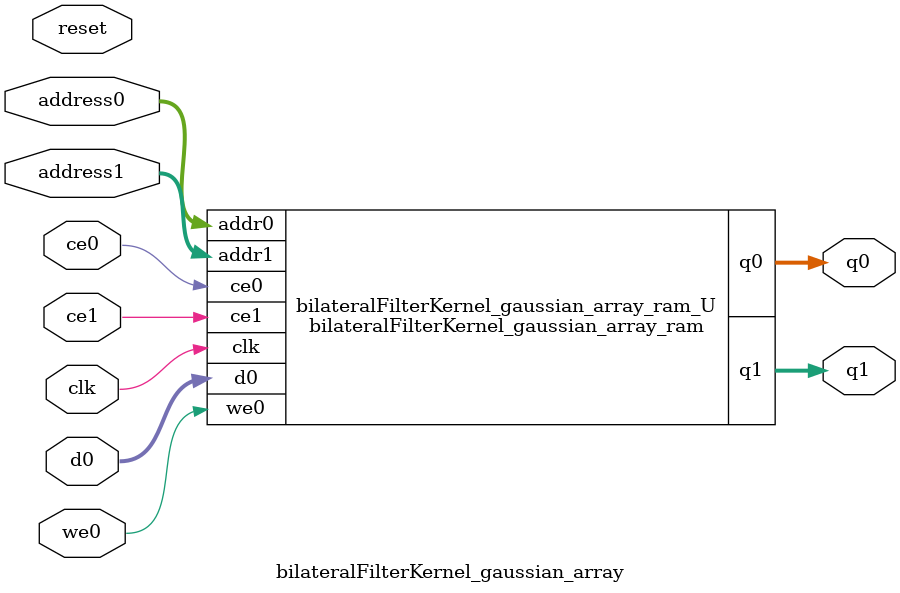
<source format=v>
`timescale 1 ns / 1 ps
module bilateralFilterKernel_gaussian_array_ram (addr0, ce0, d0, we0, q0, addr1, ce1, q1,  clk);

parameter DWIDTH = 32;
parameter AWIDTH = 3;
parameter MEM_SIZE = 5;

input[AWIDTH-1:0] addr0;
input ce0;
input[DWIDTH-1:0] d0;
input we0;
output reg[DWIDTH-1:0] q0;
input[AWIDTH-1:0] addr1;
input ce1;
output reg[DWIDTH-1:0] q1;
input clk;

(* ram_style = "distributed" *)reg [DWIDTH-1:0] ram[0:MEM_SIZE-1];




always @(posedge clk)  
begin 
    if (ce0) 
    begin
        if (we0) 
        begin 
            ram[addr0] <= d0; 
        end 
        q0 <= ram[addr0];
    end
end


always @(posedge clk)  
begin 
    if (ce1) 
    begin
        q1 <= ram[addr1];
    end
end


endmodule

`timescale 1 ns / 1 ps
module bilateralFilterKernel_gaussian_array(
    reset,
    clk,
    address0,
    ce0,
    we0,
    d0,
    q0,
    address1,
    ce1,
    q1);

parameter DataWidth = 32'd32;
parameter AddressRange = 32'd5;
parameter AddressWidth = 32'd3;
input reset;
input clk;
input[AddressWidth - 1:0] address0;
input ce0;
input we0;
input[DataWidth - 1:0] d0;
output[DataWidth - 1:0] q0;
input[AddressWidth - 1:0] address1;
input ce1;
output[DataWidth - 1:0] q1;



bilateralFilterKernel_gaussian_array_ram bilateralFilterKernel_gaussian_array_ram_U(
    .clk( clk ),
    .addr0( address0 ),
    .ce0( ce0 ),
    .we0( we0 ),
    .d0( d0 ),
    .q0( q0 ),
    .addr1( address1 ),
    .ce1( ce1 ),
    .q1( q1 ));

endmodule


</source>
